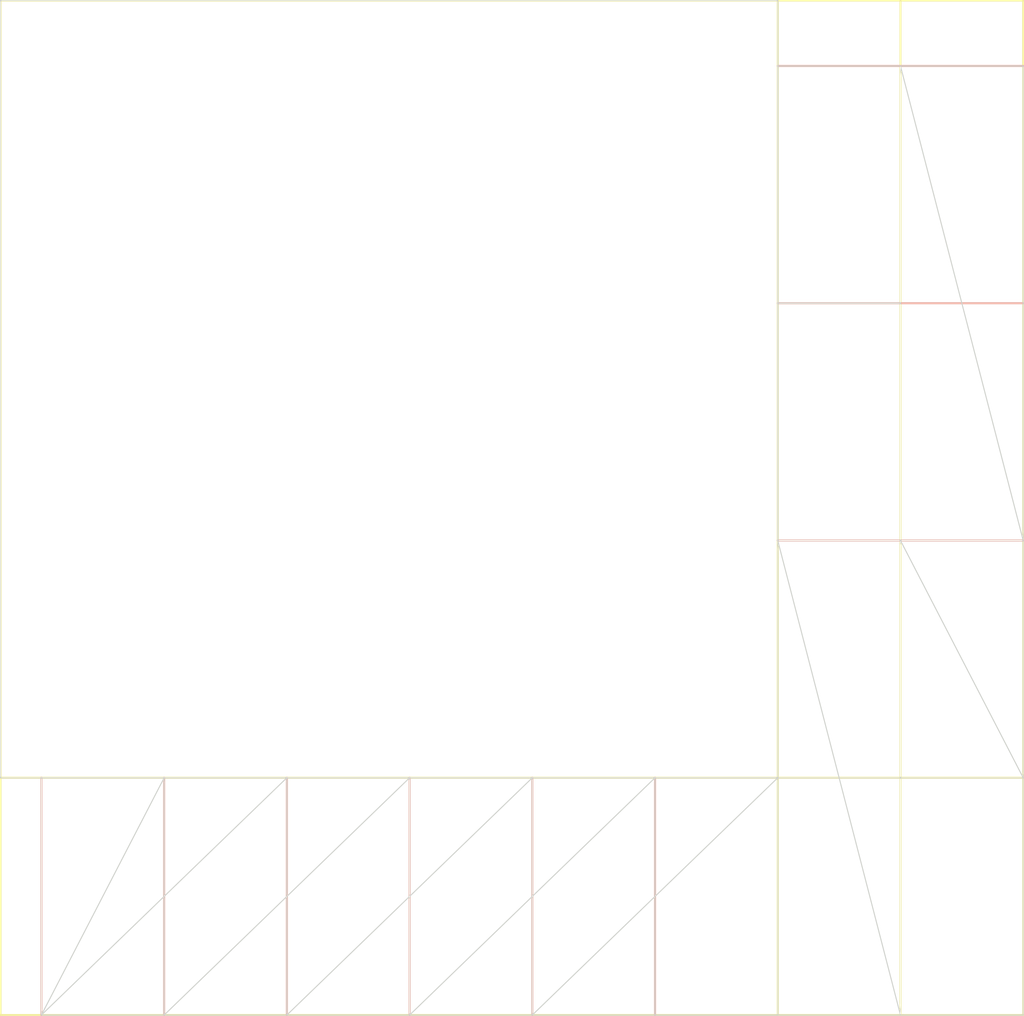
<source format=kicad_pcb>
(kicad_pcb (version 4) (host pcbnew 4.0.7)

  (general
    (links 0)
    (no_connects 0)
    (area -0.000001 -99.999801 99.999801 -0.797559)
    (thickness 1.6)
    (drawings 74)
    (tracks 0)
    (zones 0)
    (modules 0)
    (nets 1)
  )

  (page A4)
  (layers
    (0 F.Cu signal hide)
    (31 B.Cu signal hide)
    (32 B.Adhes user hide)
    (33 F.Adhes user hide)
    (34 B.Paste user hide)
    (35 F.Paste user hide)
    (36 B.SilkS user)
    (37 F.SilkS user hide)
    (38 B.Mask user hide)
    (39 F.Mask user hide)
    (40 Dwgs.User user hide)
    (41 Cmts.User user hide)
    (42 Eco1.User user hide)
    (43 Eco2.User user hide)
    (44 Edge.Cuts user)
    (45 Margin user hide)
    (46 B.CrtYd user hide)
    (47 F.CrtYd user hide)
    (48 B.Fab user hide)
    (49 F.Fab user hide)
  )

  (setup
    (last_trace_width 0.25)
    (trace_clearance 0.2)
    (zone_clearance 0.508)
    (zone_45_only no)
    (trace_min 0.2)
    (segment_width 0.2)
    (edge_width 0.15)
    (via_size 0.6)
    (via_drill 0.4)
    (via_min_size 0.4)
    (via_min_drill 0.3)
    (uvia_size 0.3)
    (uvia_drill 0.1)
    (uvias_allowed no)
    (uvia_min_size 0.2)
    (uvia_min_drill 0.1)
    (pcb_text_width 0.3)
    (pcb_text_size 1.5 1.5)
    (mod_edge_width 0.15)
    (mod_text_size 1 1)
    (mod_text_width 0.15)
    (pad_size 1.524 1.524)
    (pad_drill 0.762)
    (pad_to_mask_clearance 0.2)
    (aux_axis_origin 0 0)
    (visible_elements FFFFFF7F)
    (pcbplotparams
      (layerselection 0x00030_80000001)
      (usegerberextensions false)
      (excludeedgelayer true)
      (linewidth 0.100000)
      (plotframeref false)
      (viasonmask false)
      (mode 1)
      (useauxorigin false)
      (hpglpennumber 1)
      (hpglpenspeed 20)
      (hpglpendiameter 15)
      (hpglpenoverlay 2)
      (psnegative false)
      (psa4output false)
      (plotreference true)
      (plotvalue true)
      (plotinvisibletext false)
      (padsonsilk false)
      (subtractmaskfromsilk false)
      (outputformat 1)
      (mirror false)
      (drillshape 1)
      (scaleselection 1)
      (outputdirectory ""))
  )

  (net 0 "")

  (net_class Default "This is the default net class."
    (clearance 0.2)
    (trace_width 0.25)
    (via_dia 0.6)
    (via_drill 0.4)
    (uvia_dia 0.3)
    (uvia_drill 0.1)
  )

  (gr_line (start 100 -93.6) (end 76 -93.6) (layer B.SilkS) (width 0.2))
  (gr_line (start 76 -70.4) (end 100 -70.4) (layer B.SilkS) (width 0.2))
  (gr_line (start 76 -47.2) (end 100 -47.2) (layer B.SilkS) (width 0.2))
  (gr_line (start 64 -24) (end 64 -0.8) (layer B.SilkS) (width 0.2))
  (gr_line (start 52 -0.8) (end 52 -24) (layer B.SilkS) (width 0.2))
  (gr_line (start 40 -24) (end 40 -0.8) (layer B.SilkS) (width 0.2))
  (gr_line (start 28 -0.8) (end 28 -24) (layer B.SilkS) (width 0.2))
  (gr_line (start 16 -24) (end 16 -0.8) (layer B.SilkS) (width 0.2))
  (gr_line (start 4 -24) (end 4 -0.8) (layer B.SilkS) (width 0.2))
  (gr_line (start 88 -0.8) (end 88 -100) (layer F.SilkS) (width 0.2))
  (gr_line (start 0 -24) (end 100 -24) (layer F.SilkS) (width 0.2))
  (gr_line (start 76 -100) (end 76 -0.8) (layer F.SilkS) (width 0.2))
  (gr_line (start 0 -100) (end 100 -100) (layer F.SilkS) (width 0.2))
  (gr_line (start 100 -0.8) (end 100 -100) (layer F.SilkS) (width 0.2))
  (gr_line (start 0 -0.8) (end 100 -0.8) (layer F.SilkS) (width 0.2))
  (gr_line (start 0 -100) (end 0 -0.8) (layer F.SilkS) (width 0.2))
  (gr_line (start 75.99934 -70.39864) (end 75.99934 -70.39864) (layer Edge.Cuts))
  (gr_line (start 75.99934 -70.39864) (end 87.9983 -70.39864) (layer Edge.Cuts))
  (gr_line (start 87.9983 -70.39864) (end 87.9983 -93.599) (layer Edge.Cuts))
  (gr_line (start 87.9983 -93.599) (end 75.99934 -93.599) (layer Edge.Cuts))
  (gr_line (start 75.99934 -93.599) (end 75.99934 -70.39864) (layer Edge.Cuts))
  (gr_line (start 75.99934 -47.19828) (end 75.99934 -47.19828) (layer Edge.Cuts))
  (gr_line (start 75.99934 -47.19828) (end 87.9983 -47.19828) (layer Edge.Cuts))
  (gr_line (start 87.9983 -47.19828) (end 87.9983 -70.39864) (layer Edge.Cuts))
  (gr_line (start 87.9983 -70.39864) (end 75.99934 -70.39864) (layer Edge.Cuts))
  (gr_line (start 75.99934 -70.39864) (end 75.99934 -47.19828) (layer Edge.Cuts))
  (gr_line (start 75.99934 -0.79756) (end 75.99934 -0.79756) (layer Edge.Cuts))
  (gr_line (start 75.99934 -0.79756) (end 87.9983 -0.79756) (layer Edge.Cuts))
  (gr_line (start 87.9983 -0.79756) (end 87.9983 -23.99792) (layer Edge.Cuts))
  (gr_line (start 87.9983 -23.99792) (end 75.99934 -23.99792) (layer Edge.Cuts))
  (gr_line (start 75.99934 -23.99792) (end 75.99934 -0.79756) (layer Edge.Cuts))
  (gr_line (start 75.99934 -23.99792) (end 75.99934 -23.99792) (layer Edge.Cuts))
  (gr_line (start 75.99934 -23.99792) (end 75.99934 -99.9998) (layer Edge.Cuts))
  (gr_line (start 75.99934 -99.9998) (end 0 -99.9998) (layer Edge.Cuts))
  (gr_line (start 0 -99.9998) (end 0 -23.99792) (layer Edge.Cuts))
  (gr_line (start 0 -23.99792) (end 75.99934 -23.99792) (layer Edge.Cuts))
  (gr_line (start 87.9983 -93.599) (end 99.9998 -47.19828) (layer Edge.Cuts))
  (gr_line (start 99.9998 -47.19828) (end 99.9998 -70.39864) (layer Edge.Cuts))
  (gr_line (start 99.9998 -70.39864) (end 99.9998 -93.599) (layer Edge.Cuts))
  (gr_line (start 99.9998 -93.599) (end 87.9983 -93.599) (layer Edge.Cuts))
  (gr_line (start 87.9983 -47.19828) (end 99.9998 -23.99792) (layer Edge.Cuts))
  (gr_line (start 99.9998 -23.99792) (end 99.9998 -47.19828) (layer Edge.Cuts))
  (gr_line (start 99.9998 -47.19828) (end 87.9983 -47.19828) (layer Edge.Cuts))
  (gr_line (start 3.99796 -0.79756) (end 15.99946 -23.99792) (layer Edge.Cuts))
  (gr_line (start 15.99946 -23.99792) (end 3.99796 -23.99792) (layer Edge.Cuts))
  (gr_line (start 3.99796 -23.99792) (end 3.99796 -0.79756) (layer Edge.Cuts))
  (gr_line (start 3.99796 -0.79756) (end 27.99842 -23.99792) (layer Edge.Cuts))
  (gr_line (start 27.99842 -23.99792) (end 15.99946 -23.99792) (layer Edge.Cuts))
  (gr_line (start 15.99946 -23.99792) (end 15.99946 -0.79756) (layer Edge.Cuts))
  (gr_line (start 15.99946 -0.79756) (end 3.99796 -0.79756) (layer Edge.Cuts))
  (gr_line (start 15.99946 -0.79756) (end 39.99992 -23.99792) (layer Edge.Cuts))
  (gr_line (start 39.99992 -23.99792) (end 27.99842 -23.99792) (layer Edge.Cuts))
  (gr_line (start 27.99842 -23.99792) (end 27.99842 -0.79756) (layer Edge.Cuts))
  (gr_line (start 27.99842 -0.79756) (end 15.99946 -0.79756) (layer Edge.Cuts))
  (gr_line (start 27.99842 -0.79756) (end 51.99888 -23.99792) (layer Edge.Cuts))
  (gr_line (start 51.99888 -23.99792) (end 39.99992 -23.99792) (layer Edge.Cuts))
  (gr_line (start 39.99992 -23.99792) (end 39.99992 -0.79756) (layer Edge.Cuts))
  (gr_line (start 39.99992 -0.79756) (end 27.99842 -0.79756) (layer Edge.Cuts))
  (gr_line (start 39.99992 -0.79756) (end 63.99784 -23.99792) (layer Edge.Cuts))
  (gr_line (start 63.99784 -23.99792) (end 51.99888 -23.99792) (layer Edge.Cuts))
  (gr_line (start 51.99888 -23.99792) (end 51.99888 -0.79756) (layer Edge.Cuts))
  (gr_line (start 51.99888 -0.79756) (end 39.99992 -0.79756) (layer Edge.Cuts))
  (gr_line (start 51.99888 -0.79756) (end 75.99934 -23.99792) (layer Edge.Cuts))
  (gr_line (start 75.99934 -23.99792) (end 63.99784 -23.99792) (layer Edge.Cuts))
  (gr_line (start 63.99784 -23.99792) (end 63.99784 -0.79756) (layer Edge.Cuts))
  (gr_line (start 63.99784 -0.79756) (end 51.99888 -0.79756) (layer Edge.Cuts))
  (gr_line (start 75.99934 -0.79756) (end 63.99784 -0.79756) (layer Edge.Cuts))
  (gr_line (start 63.99784 -0.79756) (end 75.99934 -0.79756) (layer Edge.Cuts))
  (gr_line (start 75.99934 -47.19828) (end 87.9983 -0.79756) (layer Edge.Cuts))
  (gr_line (start 87.9983 -0.79756) (end 99.9998 -0.79756) (layer Edge.Cuts))
  (gr_line (start 99.9998 -0.79756) (end 99.9998 -23.99792) (layer Edge.Cuts))
  (gr_line (start 99.9998 -23.99792) (end 87.9983 -23.99792) (layer Edge.Cuts))
  (gr_line (start 87.9983 -23.99792) (end 87.9983 -47.19828) (layer Edge.Cuts))
  (gr_line (start 87.9983 -47.19828) (end 75.99934 -47.19828) (layer Edge.Cuts))

)

</source>
